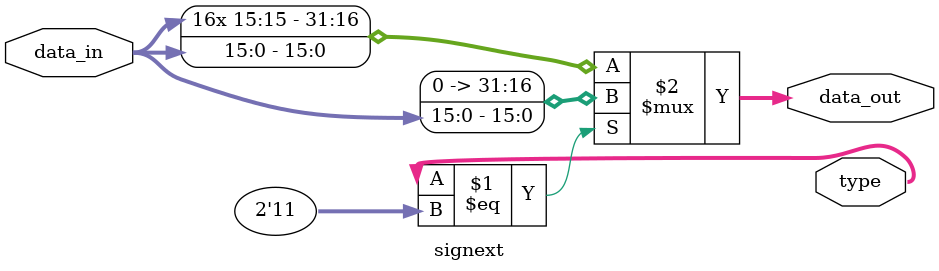
<source format=v>
`timescale 1ns / 1ps


module signext(data_in,type,data_out); // change the input parameter(add the type)
	input  wire [15:0] data_in;
	output wire [1:0]  type;
	output wire [31:0] data_out;

	assign data_out = (type == 2'b11) ? {{16{1'b0}},data_in} :
					   					{{16{data_in[15]}},data_in};
endmodule

</source>
